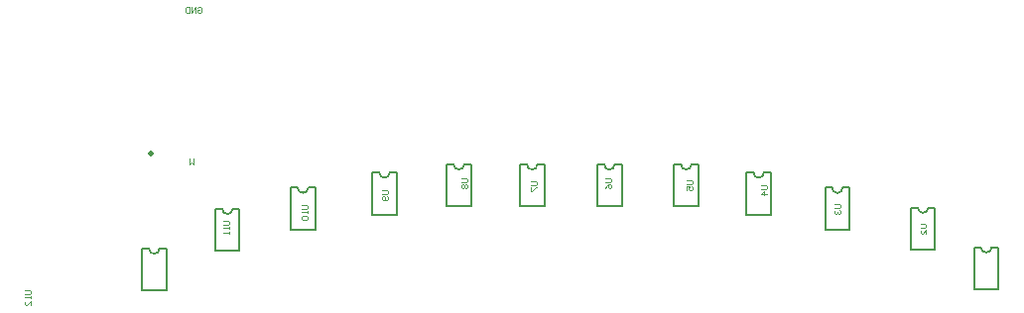
<source format=gbo>
G04*
G04 #@! TF.GenerationSoftware,Altium Limited,Altium Designer,21.3.2 (30)*
G04*
G04 Layer_Color=32896*
%FSLAX43Y43*%
%MOMM*%
G71*
G04*
G04 #@! TF.SameCoordinates,EE666E5B-AA11-4746-8CD4-C77901DC4081*
G04*
G04*
G04 #@! TF.FilePolarity,Positive*
G04*
G01*
G75*
%ADD12C,0.200*%
%ADD32C,0.500*%
%ADD33C,0.100*%
%ADD34C,0.102*%
D12*
X67975Y1200D02*
G03*
X68875Y1200I450J0D01*
G01*
X34625Y4900D02*
G03*
X35525Y4900I450J0D01*
G01*
X28375D02*
G03*
X29275Y4900I450J0D01*
G01*
X15075Y2900D02*
G03*
X15975Y2900I450J0D01*
G01*
X22025Y4200D02*
G03*
X22925Y4200I450J0D01*
G01*
X47775Y4900D02*
G03*
X48675Y4900I450J0D01*
G01*
X41225D02*
G03*
X42125Y4900I450J0D01*
G01*
X60675Y2900D02*
G03*
X61575Y2900I450J0D01*
G01*
X53965Y4200D02*
G03*
X54865Y4200I450J0D01*
G01*
X73375Y-2200D02*
G03*
X74275Y-2200I450J0D01*
G01*
X2375Y-2300D02*
G03*
X3275Y-2300I450J0D01*
G01*
X8625Y1100D02*
G03*
X9525Y1100I450J0D01*
G01*
X67385Y1200D02*
X67975D01*
X68875D02*
X69465D01*
X67385Y-2400D02*
Y1200D01*
Y-2400D02*
X69465D01*
Y1200D01*
X36115Y1300D02*
Y4900D01*
X34035Y1300D02*
X36115D01*
X34035D02*
Y4900D01*
X35525D02*
X36115D01*
X34035D02*
X34625D01*
X29865Y1300D02*
Y4900D01*
X27785Y1300D02*
X29865D01*
X27785D02*
Y4900D01*
X29275D02*
X29865D01*
X27785D02*
X28375D01*
X16565Y-700D02*
Y2900D01*
X14485Y-700D02*
X16565D01*
X14485D02*
Y2900D01*
X15975D02*
X16565D01*
X14485D02*
X15075D01*
X21435Y4200D02*
X22025D01*
X22925D02*
X23515D01*
X21435Y600D02*
Y4200D01*
Y600D02*
X23515D01*
Y4200D01*
X49265Y1300D02*
Y4900D01*
X47185Y1300D02*
X49265D01*
X47185D02*
Y4900D01*
X48675D02*
X49265D01*
X47185D02*
X47775D01*
X40635D02*
X41225D01*
X42125D02*
X42715D01*
X40635Y1300D02*
Y4900D01*
Y1300D02*
X42715D01*
Y4900D01*
X62165Y-700D02*
Y2900D01*
X60085Y-700D02*
X62165D01*
X60085D02*
Y2900D01*
X61575D02*
X62165D01*
X60085D02*
X60675D01*
X53375Y4200D02*
X53965D01*
X54865D02*
X55455D01*
X53375Y600D02*
Y4200D01*
Y600D02*
X55455D01*
Y4200D01*
X72785Y-2200D02*
X73375D01*
X74275D02*
X74865D01*
X72785Y-5800D02*
Y-2200D01*
Y-5800D02*
X74865D01*
Y-2200D01*
X3865Y-5900D02*
Y-2300D01*
X1785Y-5900D02*
X3865D01*
X1785D02*
Y-2300D01*
X3275D02*
X3865D01*
X1785D02*
X2375D01*
X8035Y1100D02*
X8625D01*
X9525D02*
X10115D01*
X8035Y-2500D02*
Y1100D01*
Y-2500D02*
X10115D01*
Y1100D01*
D32*
X2500Y5825D02*
D03*
D33*
X6523Y18224D02*
X6606Y18307D01*
X6773D01*
X6856Y18224D01*
Y17890D01*
X6773Y17807D01*
X6606D01*
X6523Y17890D01*
Y18057D01*
X6689D01*
X6356Y17807D02*
Y18307D01*
X6023Y17807D01*
Y18307D01*
X5856D02*
Y17807D01*
X5606D01*
X5523Y17890D01*
Y18224D01*
X5606Y18307D01*
X5856D01*
X6137Y5424D02*
Y4924D01*
X5971Y5090D01*
X5804Y4924D01*
Y5424D01*
X8750Y41D02*
X9167D01*
X9250Y-42D01*
Y-208D01*
X9167Y-292D01*
X8750D01*
X9250Y-458D02*
Y-625D01*
Y-542D01*
X8750D01*
X8833Y-458D01*
X9250Y-875D02*
Y-1041D01*
Y-958D01*
X8750D01*
X8833Y-875D01*
X-8200Y-5875D02*
X-7783D01*
X-7700Y-5959D01*
Y-6125D01*
X-7783Y-6208D01*
X-8200D01*
X-7700Y-6375D02*
Y-6542D01*
Y-6458D01*
X-8200D01*
X-8117Y-6375D01*
X-7700Y-7125D02*
Y-6792D01*
X-8033Y-7125D01*
X-8117D01*
X-8200Y-7041D01*
Y-6875D01*
X-8117Y-6792D01*
X68200Y-183D02*
X68617D01*
X68700Y-267D01*
Y-433D01*
X68617Y-517D01*
X68200D01*
X68700Y-1017D02*
Y-683D01*
X68367Y-1017D01*
X68283D01*
X68200Y-933D01*
Y-767D01*
X68283Y-683D01*
X54640Y3117D02*
X55057D01*
X55140Y3033D01*
Y2867D01*
X55057Y2783D01*
X54640D01*
X55140Y2367D02*
X54640D01*
X54890Y2617D01*
Y2283D01*
X60900Y1517D02*
X61317D01*
X61400Y1433D01*
Y1267D01*
X61317Y1183D01*
X60900D01*
X60983Y1017D02*
X60900Y933D01*
Y767D01*
X60983Y683D01*
X61067D01*
X61150Y767D01*
Y850D01*
Y767D01*
X61233Y683D01*
X61317D01*
X61400Y767D01*
Y933D01*
X61317Y1017D01*
X41300Y3717D02*
X41717D01*
X41800Y3633D01*
Y3467D01*
X41717Y3383D01*
X41300D01*
Y2883D02*
X41383Y3050D01*
X41550Y3217D01*
X41717D01*
X41800Y3133D01*
Y2967D01*
X41717Y2883D01*
X41633D01*
X41550Y2967D01*
Y3217D01*
X48250Y3517D02*
X48667D01*
X48750Y3433D01*
Y3267D01*
X48667Y3183D01*
X48250D01*
Y2683D02*
Y3017D01*
X48500D01*
X48417Y2850D01*
Y2767D01*
X48500Y2683D01*
X48667D01*
X48750Y2767D01*
Y2933D01*
X48667Y3017D01*
D34*
X34996Y3423D02*
X35419D01*
X35504Y3339D01*
Y3169D01*
X35419Y3085D01*
X34996D01*
Y2915D02*
Y2577D01*
X35081D01*
X35419Y2915D01*
X35504D01*
X29046Y3723D02*
X29469D01*
X29554Y3639D01*
Y3469D01*
X29469Y3385D01*
X29046D01*
X29131Y3215D02*
X29046Y3131D01*
Y2961D01*
X29131Y2877D01*
X29215D01*
X29300Y2961D01*
X29385Y2877D01*
X29469D01*
X29554Y2961D01*
Y3131D01*
X29469Y3215D01*
X29385D01*
X29300Y3131D01*
X29215Y3215D01*
X29131D01*
X29300Y3131D02*
Y2961D01*
X22296Y2723D02*
X22719D01*
X22804Y2639D01*
Y2469D01*
X22719Y2385D01*
X22296D01*
X22719Y2215D02*
X22804Y2131D01*
Y1961D01*
X22719Y1877D01*
X22381D01*
X22296Y1961D01*
Y2131D01*
X22381Y2215D01*
X22465D01*
X22550Y2131D01*
Y1877D01*
X15396Y1435D02*
X15819D01*
X15904Y1350D01*
Y1181D01*
X15819Y1096D01*
X15396D01*
X15904Y927D02*
Y758D01*
Y842D01*
X15396D01*
X15481Y927D01*
Y504D02*
X15396Y419D01*
Y250D01*
X15481Y165D01*
X15819D01*
X15904Y250D01*
Y419D01*
X15819Y504D01*
X15481D01*
M02*

</source>
